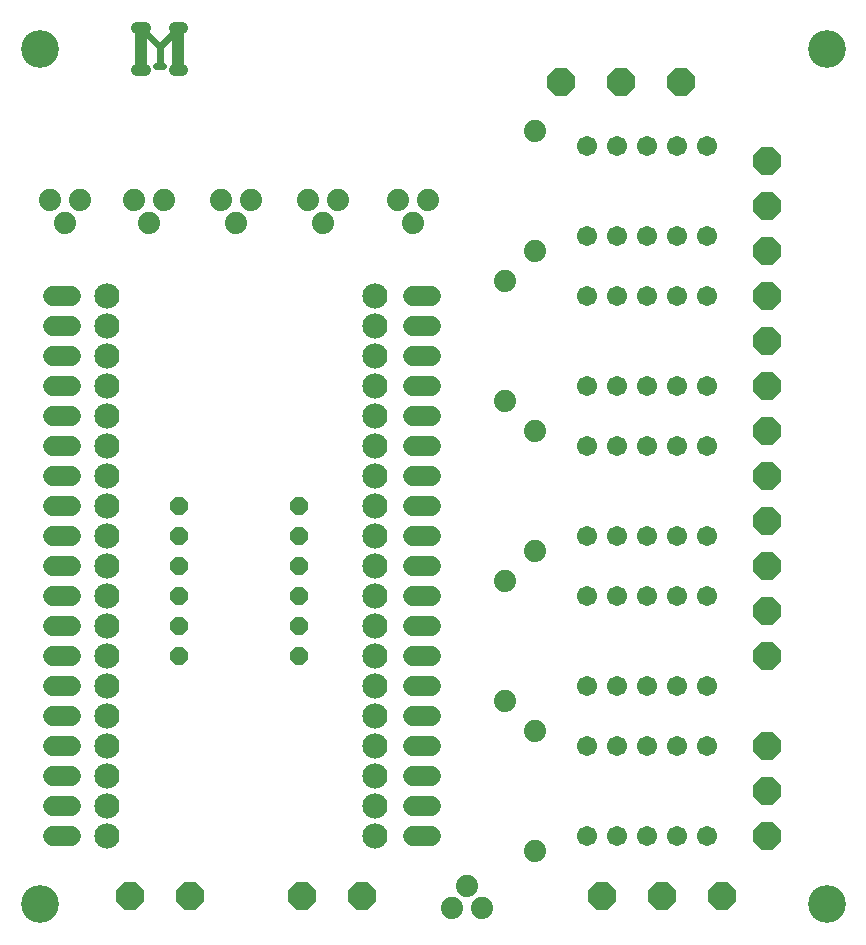
<source format=gbr>
G04 EAGLE Gerber RS-274X export*
G75*
%MOMM*%
%FSLAX34Y34*%
%LPD*%
%INSoldermask Top*%
%IPPOS*%
%AMOC8*
5,1,8,0,0,1.08239X$1,22.5*%
G01*
%ADD10C,1.016000*%
%ADD11C,0.609600*%
%ADD12C,1.879600*%
%ADD13C,1.711200*%
%ADD14P,2.556822X8X22.500000*%
%ADD15P,2.556822X8X292.500000*%
%ADD16P,1.649562X8X202.500000*%
%ADD17P,1.649562X8X22.500000*%
%ADD18C,3.203200*%
%ADD19C,2.133600*%
%ADD20C,1.727200*%
%ADD21P,2.556822X8X202.500000*%
%ADD22P,2.556822X8X112.500000*%


D10*
X132715Y753745D02*
X132715Y785495D01*
D11*
X148590Y769620D02*
X148590Y753745D01*
D10*
X164465Y753745D02*
X164465Y785495D01*
D11*
X148590Y769620D02*
X132715Y785495D01*
X148590Y769620D02*
X164465Y785495D01*
D10*
X135890Y750570D02*
X129540Y750570D01*
X161290Y750570D02*
X167640Y750570D01*
X135890Y785495D02*
X132715Y785495D01*
X129540Y785495D01*
X161290Y785495D02*
X167640Y785495D01*
D11*
X151765Y753745D02*
X145415Y753745D01*
D12*
X466090Y698500D03*
X466090Y596900D03*
X440690Y571500D03*
X440690Y469900D03*
X466090Y444500D03*
X466090Y342900D03*
X440690Y317500D03*
X440690Y215900D03*
X466090Y190500D03*
X466090Y88900D03*
D13*
X510540Y482600D03*
X535940Y482600D03*
X561340Y482600D03*
X586740Y482600D03*
X612140Y482600D03*
X612140Y558800D03*
X586740Y558800D03*
X561340Y558800D03*
X535940Y558800D03*
X510540Y558800D03*
X510540Y355600D03*
X535940Y355600D03*
X561340Y355600D03*
X586740Y355600D03*
X612140Y355600D03*
X612140Y431800D03*
X586740Y431800D03*
X561340Y431800D03*
X535940Y431800D03*
X510540Y431800D03*
X510540Y228600D03*
X535940Y228600D03*
X561340Y228600D03*
X586740Y228600D03*
X612140Y228600D03*
X612140Y304800D03*
X586740Y304800D03*
X561340Y304800D03*
X535940Y304800D03*
X510540Y304800D03*
X510540Y101600D03*
X535940Y101600D03*
X561340Y101600D03*
X586740Y101600D03*
X612140Y101600D03*
X612140Y177800D03*
X586740Y177800D03*
X561340Y177800D03*
X535940Y177800D03*
X510540Y177800D03*
X510540Y609600D03*
X535940Y609600D03*
X561340Y609600D03*
X586740Y609600D03*
X612140Y609600D03*
X612140Y685800D03*
X586740Y685800D03*
X561340Y685800D03*
X535940Y685800D03*
X510540Y685800D03*
D14*
X662940Y673100D03*
X662940Y635000D03*
X662940Y596900D03*
X662940Y558800D03*
X662940Y520700D03*
X662940Y482600D03*
X662940Y444500D03*
X662940Y406400D03*
X662940Y368300D03*
X662940Y330200D03*
X662940Y292100D03*
X662940Y254000D03*
X662940Y177800D03*
X662940Y139700D03*
X662940Y101600D03*
D15*
X539115Y739775D03*
X488315Y739775D03*
X589915Y739775D03*
X173990Y50800D03*
D16*
X266700Y254000D03*
X165100Y254000D03*
D17*
X165100Y279400D03*
X266700Y279400D03*
X165100Y304800D03*
X266700Y304800D03*
X165100Y355600D03*
X266700Y355600D03*
X165100Y381000D03*
X266700Y381000D03*
D18*
X713740Y44450D03*
X46990Y44450D03*
X713740Y768350D03*
X46990Y768350D03*
D19*
X104240Y558900D03*
X104240Y533500D03*
X104240Y508100D03*
X104240Y482700D03*
X104240Y457300D03*
X104240Y431900D03*
X104240Y406500D03*
X104240Y381100D03*
X104240Y355700D03*
X104240Y330300D03*
X104240Y304900D03*
X104240Y279500D03*
X104240Y254100D03*
X104240Y228700D03*
X104240Y203300D03*
X104240Y177900D03*
X104240Y152500D03*
X104240Y127100D03*
X104240Y101700D03*
X330740Y558900D03*
X330740Y533500D03*
X330740Y508100D03*
X330740Y482700D03*
X330740Y457300D03*
X330740Y431900D03*
X330740Y406500D03*
X330740Y381100D03*
X330740Y355700D03*
X330740Y330300D03*
X330740Y304900D03*
X330740Y279500D03*
X330740Y254100D03*
X330740Y228700D03*
X330740Y203300D03*
X330740Y177900D03*
X330740Y152500D03*
X330740Y127100D03*
X330740Y101700D03*
D20*
X363220Y558800D02*
X378460Y558800D01*
X378460Y533400D02*
X363220Y533400D01*
X363220Y508000D02*
X378460Y508000D01*
X378460Y482600D02*
X363220Y482600D01*
X363220Y457200D02*
X378460Y457200D01*
X378460Y431800D02*
X363220Y431800D01*
X363220Y406400D02*
X378460Y406400D01*
X378460Y381000D02*
X363220Y381000D01*
X363220Y355600D02*
X378460Y355600D01*
X378460Y330200D02*
X363220Y330200D01*
X363220Y304800D02*
X378460Y304800D01*
X378460Y279400D02*
X363220Y279400D01*
X363220Y254000D02*
X378460Y254000D01*
X378460Y228600D02*
X363220Y228600D01*
X363220Y203200D02*
X378460Y203200D01*
X378460Y177800D02*
X363220Y177800D01*
X363220Y152400D02*
X378460Y152400D01*
X378460Y127000D02*
X363220Y127000D01*
X363220Y101600D02*
X378460Y101600D01*
X73660Y558800D02*
X58420Y558800D01*
X58420Y533400D02*
X73660Y533400D01*
X73660Y508000D02*
X58420Y508000D01*
X58420Y482600D02*
X73660Y482600D01*
X73660Y457200D02*
X58420Y457200D01*
X58420Y431800D02*
X73660Y431800D01*
X73660Y406400D02*
X58420Y406400D01*
X58420Y381000D02*
X73660Y381000D01*
X73660Y355600D02*
X58420Y355600D01*
X58420Y330200D02*
X73660Y330200D01*
X73660Y304800D02*
X58420Y304800D01*
X58420Y279400D02*
X73660Y279400D01*
X73660Y254000D02*
X58420Y254000D01*
X58420Y228600D02*
X73660Y228600D01*
X73660Y203200D02*
X58420Y203200D01*
X58420Y177800D02*
X73660Y177800D01*
X73660Y152400D02*
X58420Y152400D01*
X58420Y127000D02*
X73660Y127000D01*
X73660Y101600D02*
X58420Y101600D01*
D21*
X123190Y50800D03*
D14*
X320040Y50800D03*
D16*
X266700Y330200D03*
X165100Y330200D03*
D14*
X269240Y50800D03*
D22*
X523240Y50800D03*
X574040Y50800D03*
X624840Y50800D03*
D12*
X81280Y640080D03*
X68580Y621030D03*
X55880Y640080D03*
X152400Y640080D03*
X139700Y621030D03*
X127000Y640080D03*
X226060Y640080D03*
X213360Y621030D03*
X200660Y640080D03*
X299720Y640080D03*
X287020Y621030D03*
X274320Y640080D03*
X375920Y640080D03*
X363220Y621030D03*
X350520Y640080D03*
X396240Y40640D03*
X408940Y59690D03*
X421640Y40640D03*
M02*

</source>
